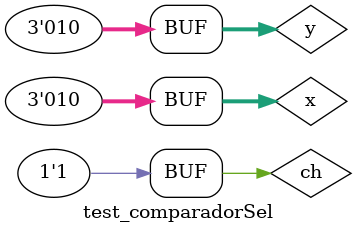
<source format=v>


module comparadorIgu (output s, input  [2:0]a, input  [2:0]b);
	wire [2:0]xn;
	
	xnor XNOR1 (xn[0], a[0], b[0]);
	xnor XNOR2 (xn[1], a[1], b[1]);
	xnor XNOR3 (xn[2], a[2], b[2]);
	and  (s, xn[0], xn[1], xn[2]);
endmodule // comparadorIgu

module comparadorDif (output s, input  [2:0]a, input  [2:0]b);
	wire [2:0]x;
	
	xor XOR1 (x[0], a[0], b[0]);
	xor XOR2 (x[1], a[1], b[1]);
	xor XOR3 (x[2], a[2], b[2]);
	or  OR1  (s, x[0], x[1], x[2]);
endmodule // comparadorDif

module comparadorSel (output sI, output sD, input  [2:0]a, input  [2:0]b, input ch);
	wire notCH,x,y;
	
	not NOT1            (notCH, ch);
	comparadorIgu igual (x, a, b);
	comparadorDif dif   (y, a, b);
	and AND1            (sI, x, notCH);
	and AND2            (sD, y, ch);
endmodule // comparadorSel

module test_comparadorSel;
// ------------------------- definir dados
   reg [2:0]x;
	reg [2:0]y;
	reg ch;
	wire w;
	wire z;
	
	comparadorSel selecionavel (w, z, x, y, ch);
	
	initial begin: start
		x = 3'b000; 
		y = 3'b000;
		ch= 0;
	end
	
// ------------------------- parte principal
   initial begin
      $display("Exemplo0027 - Oswaldo Oliveira Paulino - 382175");
      $display("Test ALU's comparador");
		$display("------------ CHAVE = 0 ------------");
		$display(" a   b  = s");
      $monitor("%b %b = %b",x,y,w); 
		#1 x = 3'b001; y = 3'b001; ch = 0; 
		#1 x = 3'b101; y = 3'b011; ch = 0; 
		#1 x = 3'b011; y = 3'b100; ch = 0;  
		#1 x = 3'b111; y = 3'b101; ch = 0;  
		#1 x = 3'b011; y = 3'b011; ch = 0;  
		#1 x = 3'b101; y = 3'b101; ch = 0; 
		#1 x = 3'b001; y = 3'b010; ch = 0; 
	   #1 x = 3'b010; y = 3'b010; ch = 0; 
		
	   $display("------------ CHAVE = 1 ------------");
	   $display(" a   b  = s");
      $monitor("%b %b = %b",x,y,z); 
		#1 x = 3'b001; y = 3'b001; ch = 1; 
		#1 x = 3'b101; y = 3'b011; ch = 1; 
		#1 x = 3'b011; y = 3'b100; ch = 1;  
		#1 x = 3'b111; y = 3'b101; ch = 1;  
		#1 x = 3'b011; y = 3'b011; ch = 1;  
		#1 x = 3'b101; y = 3'b101; ch = 1; 
		#1 x = 3'b001; y = 3'b010; ch = 1; 
	   #1 x = 3'b010; y = 3'b010; ch = 1; 	
   end
endmodule // test_comparadorSel
/*
    Exemplo0027 - Oswaldo Oliveira Paulino - 382175
    Test ALU's comparador
    ------------ CHAVE = 0 ------------
     a   b  = s
    000 000 = 1
    001 001 = 1
    101 011 = 0
    011 100 = 0
    111 101 = 0
    011 011 = 1
    101 101 = 1
    001 010 = 0
    ------------ CHAVE = 1 ------------
     a   b  = s
    010 010 = 0
    001 001 = 0
    101 011 = 1
    011 100 = 1
    111 101 = 1
    011 011 = 0
    101 101 = 0
    001 010 = 1
    010 010 = 0
*/
</source>
